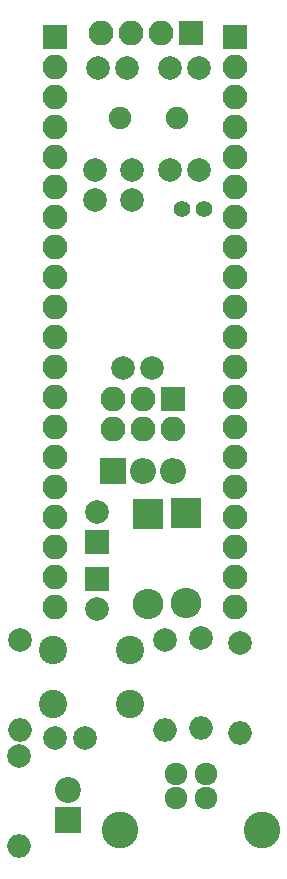
<source format=gbr>
G04 #@! TF.FileFunction,Soldermask,Bot*
%FSLAX46Y46*%
G04 Gerber Fmt 4.6, Leading zero omitted, Abs format (unit mm)*
G04 Created by KiCad (PCBNEW 4.0.7) date 10/16/19 18:47:00*
%MOMM*%
%LPD*%
G01*
G04 APERTURE LIST*
%ADD10C,0.100000*%
%ADD11R,2.100000X2.100000*%
%ADD12O,2.100000X2.100000*%
%ADD13C,2.000000*%
%ADD14C,1.900000*%
%ADD15C,1.400000*%
%ADD16R,2.000000X2.000000*%
%ADD17R,2.200000X2.200000*%
%ADD18C,2.200000*%
%ADD19R,2.600000X2.600000*%
%ADD20O,2.600000X2.600000*%
%ADD21C,1.920000*%
%ADD22C,3.100000*%
%ADD23C,2.400000*%
%ADD24O,2.000000X2.000000*%
%ADD25O,2.200000X2.200000*%
G04 APERTURE END LIST*
D10*
D11*
X61110000Y-34158000D03*
D12*
X61110000Y-36698000D03*
X61110000Y-39238000D03*
X61110000Y-41778000D03*
X61110000Y-44318000D03*
X61110000Y-46858000D03*
X61110000Y-49398000D03*
X61110000Y-51938000D03*
X61110000Y-54478000D03*
X61110000Y-57018000D03*
X61110000Y-59558000D03*
X61110000Y-62098000D03*
X61110000Y-64638000D03*
X61110000Y-67178000D03*
X61110000Y-69718000D03*
X61110000Y-72258000D03*
X61110000Y-74798000D03*
X61110000Y-77338000D03*
X61110000Y-79878000D03*
X61110000Y-82418000D03*
D11*
X76350000Y-34158000D03*
D12*
X76350000Y-36698000D03*
X76350000Y-39238000D03*
X76350000Y-41778000D03*
X76350000Y-44318000D03*
X76350000Y-46858000D03*
X76350000Y-49398000D03*
X76350000Y-51938000D03*
X76350000Y-54478000D03*
X76350000Y-57018000D03*
X76350000Y-59558000D03*
X76350000Y-62098000D03*
X76350000Y-64638000D03*
X76350000Y-67178000D03*
X76350000Y-69718000D03*
X76350000Y-72258000D03*
X76350000Y-74798000D03*
X76350000Y-77338000D03*
X76350000Y-79878000D03*
X76350000Y-82418000D03*
D13*
X67627500Y-45466000D03*
X67627500Y-47966000D03*
X64516000Y-45466000D03*
X64516000Y-47966000D03*
X70866000Y-36830000D03*
X73366000Y-36830000D03*
X64770000Y-36830000D03*
X67270000Y-36830000D03*
D11*
X72694800Y-33807400D03*
D12*
X70154800Y-33807400D03*
X67614800Y-33807400D03*
X65074800Y-33807400D03*
D14*
X71501000Y-41021000D03*
X66621000Y-41021000D03*
D15*
X71882000Y-48768000D03*
X73782000Y-48768000D03*
D13*
X70866000Y-45466000D03*
X73366000Y-45466000D03*
D16*
X64709040Y-80076040D03*
D13*
X64709040Y-82576040D03*
X66865500Y-62166500D03*
X69365500Y-62166500D03*
D16*
X64731900Y-76885800D03*
D13*
X64731900Y-74385800D03*
X61153040Y-93497400D03*
X63653040Y-93497400D03*
D17*
X62219840Y-100472240D03*
D18*
X62219840Y-97932240D03*
D19*
X69049900Y-74587100D03*
D20*
X69049900Y-82207100D03*
D19*
X72199500Y-74447400D03*
D20*
X72199500Y-82067400D03*
D21*
X71414640Y-96586040D03*
X73954640Y-96586040D03*
X73954640Y-98586040D03*
X71414640Y-98586040D03*
D22*
X66684640Y-101286040D03*
X78684640Y-101286040D03*
D11*
X71120000Y-64833500D03*
D12*
X71120000Y-67373500D03*
X68580000Y-64833500D03*
X68580000Y-67373500D03*
X66040000Y-64833500D03*
X66040000Y-67373500D03*
D23*
X60960000Y-90606000D03*
X60960000Y-86106000D03*
X67460000Y-90606000D03*
X67460000Y-86106000D03*
D13*
X70485000Y-85217000D03*
D24*
X70485000Y-92837000D03*
D13*
X73533000Y-85090000D03*
D24*
X73533000Y-92710000D03*
D13*
X76835000Y-85471000D03*
D24*
X76835000Y-93091000D03*
D13*
X58140600Y-85232240D03*
D24*
X58140600Y-92852240D03*
D13*
X58064400Y-95062040D03*
D24*
X58064400Y-102682040D03*
D17*
X66027300Y-70942200D03*
D25*
X68567300Y-70942200D03*
X71107300Y-70942200D03*
M02*

</source>
